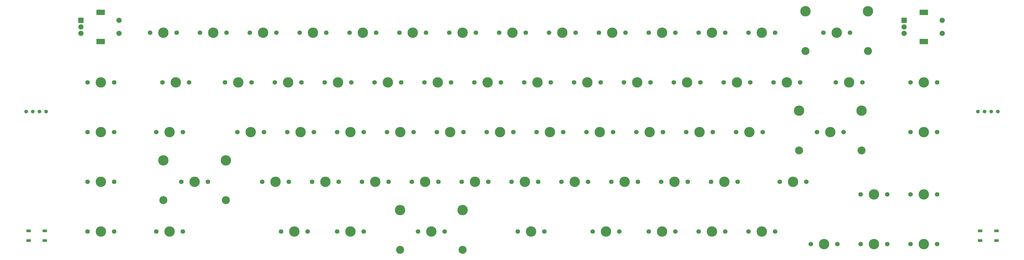
<source format=gbr>
%TF.GenerationSoftware,KiCad,Pcbnew,(5.1.9)-1*%
%TF.CreationDate,2021-03-13T20:19:13-08:00*%
%TF.ProjectId,USKB Final,55534b42-2046-4696-9e61-6c2e6b696361,rev?*%
%TF.SameCoordinates,Original*%
%TF.FileFunction,Soldermask,Top*%
%TF.FilePolarity,Negative*%
%FSLAX46Y46*%
G04 Gerber Fmt 4.6, Leading zero omitted, Abs format (unit mm)*
G04 Created by KiCad (PCBNEW (5.1.9)-1) date 2021-03-13 20:19:13*
%MOMM*%
%LPD*%
G01*
G04 APERTURE LIST*
%ADD10C,3.987800*%
%ADD11C,3.048000*%
%ADD12C,1.750000*%
%ADD13R,1.800000X1.100000*%
%ADD14C,1.397000*%
%ADD15R,2.000000X2.000000*%
%ADD16C,2.000000*%
%ADD17R,3.200000X2.000000*%
G04 APERTURE END LIST*
D10*
%TO.C,K_Space_2*%
X166655750Y-104457500D03*
X190531750Y-104457500D03*
D11*
X166655750Y-119697500D03*
X190531750Y-119697500D03*
D12*
X173513750Y-112712500D03*
X183673750Y-112712500D03*
D10*
X178593750Y-112712500D03*
%TD*%
D12*
%TO.C,K_Space_4*%
X240188750Y-112712500D03*
X250348750Y-112712500D03*
D10*
X245268750Y-112712500D03*
%TD*%
D12*
%TO.C,K_Space_3*%
X211613750Y-112712500D03*
X221773750Y-112712500D03*
D10*
X216693750Y-112712500D03*
%TD*%
D12*
%TO.C,K_Space1*%
X142557500Y-112712500D03*
X152717500Y-112712500D03*
D10*
X147637500Y-112712500D03*
%TD*%
D12*
%TO.C,K_Caps1*%
X73501250Y-74612500D03*
X83661250Y-74612500D03*
D10*
X78581250Y-74612500D03*
%TD*%
D12*
%TO.C,K_Shift2*%
X311626250Y-93662500D03*
X321786250Y-93662500D03*
D10*
X316706250Y-93662500D03*
%TD*%
D13*
%TO.C,L_SW1*%
X30881250Y-116150000D03*
X24681250Y-112450000D03*
X30881250Y-112450000D03*
X24681250Y-116150000D03*
%TD*%
%TO.C,SW1*%
X394418750Y-116150000D03*
X388218750Y-112450000D03*
X394418750Y-112450000D03*
X388218750Y-116150000D03*
%TD*%
D14*
%TO.C,OL1*%
X394970000Y-66675000D03*
X392430000Y-66675000D03*
X389890000Y-66675000D03*
X387350000Y-66675000D03*
%TD*%
%TO.C,L_OL1*%
X31432500Y-66675000D03*
X28892500Y-66675000D03*
X26352500Y-66675000D03*
X23812500Y-66675000D03*
%TD*%
D15*
%TO.C,L_ENC1*%
X44735750Y-31750000D03*
D16*
X44735750Y-34250000D03*
X44735750Y-36750000D03*
D17*
X52235750Y-28650000D03*
X52235750Y-39850000D03*
D16*
X59235750Y-31750000D03*
X59235750Y-36750000D03*
%TD*%
D12*
%TO.C,K_Z1*%
X113982500Y-93662500D03*
X124142500Y-93662500D03*
D10*
X119062500Y-93662500D03*
%TD*%
D12*
%TO.C,K_Y1*%
X194945000Y-55562500D03*
X205105000Y-55562500D03*
D10*
X200025000Y-55562500D03*
%TD*%
D12*
%TO.C,K_X1*%
X133032500Y-93662500D03*
X143192500Y-93662500D03*
D10*
X138112500Y-93662500D03*
%TD*%
D12*
%TO.C,K_Win1*%
X361632500Y-98425000D03*
X371792500Y-98425000D03*
D10*
X366712500Y-98425000D03*
%TD*%
D12*
%TO.C,K_W1*%
X118745000Y-55562500D03*
X128905000Y-55562500D03*
D10*
X123825000Y-55562500D03*
%TD*%
D12*
%TO.C,K_V1*%
X171132500Y-93662500D03*
X181292500Y-93662500D03*
D10*
X176212500Y-93662500D03*
%TD*%
D12*
%TO.C,K_UArrow1*%
X342582500Y-98425000D03*
X352742500Y-98425000D03*
D10*
X347662500Y-98425000D03*
%TD*%
D12*
%TO.C,K_U1*%
X213995000Y-55562500D03*
X224155000Y-55562500D03*
D10*
X219075000Y-55562500D03*
%TD*%
D12*
%TO.C,K_Tab1*%
X75882500Y-55562500D03*
X86042500Y-55562500D03*
D10*
X80962500Y-55562500D03*
%TD*%
D12*
%TO.C,K_T1*%
X175895000Y-55562500D03*
X186055000Y-55562500D03*
D10*
X180975000Y-55562500D03*
%TD*%
D12*
%TO.C,K_Slash1*%
X285432500Y-93662500D03*
X295592500Y-93662500D03*
D10*
X290512500Y-93662500D03*
%TD*%
%TO.C,K_Shift1*%
X76168250Y-85407500D03*
X100044250Y-85407500D03*
D11*
X76168250Y-100647500D03*
X100044250Y-100647500D03*
D12*
X83026250Y-93662500D03*
X93186250Y-93662500D03*
D10*
X88106250Y-93662500D03*
%TD*%
D12*
%TO.C,K_S1*%
X123507500Y-74612500D03*
X133667500Y-74612500D03*
D10*
X128587500Y-74612500D03*
%TD*%
D12*
%TO.C,K_RThan1*%
X266382500Y-93662500D03*
X276542500Y-93662500D03*
D10*
X271462500Y-93662500D03*
%TD*%
D12*
%TO.C,K_RBrace1*%
X309245000Y-55562500D03*
X319405000Y-55562500D03*
D10*
X314325000Y-55562500D03*
%TD*%
D12*
%TO.C,K_RArrow1*%
X361632500Y-117475000D03*
X371792500Y-117475000D03*
D10*
X366712500Y-117475000D03*
%TD*%
D12*
%TO.C,K_R1*%
X156845000Y-55562500D03*
X167005000Y-55562500D03*
D10*
X161925000Y-55562500D03*
%TD*%
D12*
%TO.C,K_Q1*%
X99695000Y-55562500D03*
X109855000Y-55562500D03*
D10*
X104775000Y-55562500D03*
%TD*%
D12*
%TO.C,K_Plus1*%
X299720000Y-36512500D03*
X309880000Y-36512500D03*
D10*
X304800000Y-36512500D03*
%TD*%
D12*
%TO.C,K_P1*%
X271145000Y-55562500D03*
X281305000Y-55562500D03*
D10*
X276225000Y-55562500D03*
%TD*%
D12*
%TO.C,K_O1*%
X252095000Y-55562500D03*
X262255000Y-55562500D03*
D10*
X257175000Y-55562500D03*
%TD*%
D12*
%TO.C,K_Num9*%
X242570000Y-36512500D03*
X252730000Y-36512500D03*
D10*
X247650000Y-36512500D03*
%TD*%
D12*
%TO.C,K_Num8*%
X223520000Y-36512500D03*
X233680000Y-36512500D03*
D10*
X228600000Y-36512500D03*
%TD*%
D12*
%TO.C,K_Num7*%
X204470000Y-36512500D03*
X214630000Y-36512500D03*
D10*
X209550000Y-36512500D03*
%TD*%
D12*
%TO.C,K_Num6*%
X185420000Y-36512500D03*
X195580000Y-36512500D03*
D10*
X190500000Y-36512500D03*
%TD*%
D12*
%TO.C,K_Num5*%
X166370000Y-36512500D03*
X176530000Y-36512500D03*
D10*
X171450000Y-36512500D03*
%TD*%
D12*
%TO.C,K_Num4*%
X147320000Y-36512500D03*
X157480000Y-36512500D03*
D10*
X152400000Y-36512500D03*
%TD*%
D12*
%TO.C,K_Num3*%
X128270000Y-36512500D03*
X138430000Y-36512500D03*
D10*
X133350000Y-36512500D03*
%TD*%
D12*
%TO.C,K_Num2*%
X109220000Y-36512500D03*
X119380000Y-36512500D03*
D10*
X114300000Y-36512500D03*
%TD*%
D12*
%TO.C,K_Num1*%
X90201750Y-36512500D03*
X100361750Y-36512500D03*
D10*
X95281750Y-36512500D03*
%TD*%
D12*
%TO.C,K_Num0*%
X261620000Y-36512500D03*
X271780000Y-36512500D03*
D10*
X266700000Y-36512500D03*
%TD*%
D12*
%TO.C,K_N1*%
X209232500Y-93662500D03*
X219392500Y-93662500D03*
D10*
X214312500Y-93662500D03*
%TD*%
D12*
%TO.C,K_Minus1*%
X280670000Y-36512500D03*
X290830000Y-36512500D03*
D10*
X285750000Y-36512500D03*
%TD*%
D12*
%TO.C,K_M1*%
X228282500Y-93662500D03*
X238442500Y-93662500D03*
D10*
X233362500Y-93662500D03*
%TD*%
D12*
%TO.C,K_LThan1*%
X247332500Y-93662500D03*
X257492500Y-93662500D03*
D10*
X252412500Y-93662500D03*
%TD*%
D12*
%TO.C,K_LBrace1*%
X290195000Y-55562500D03*
X300355000Y-55562500D03*
D10*
X295275000Y-55562500D03*
%TD*%
D12*
%TO.C,K_LArrow1*%
X323532500Y-117475000D03*
X333692500Y-117475000D03*
D10*
X328612500Y-117475000D03*
%TD*%
D12*
%TO.C,K_L1*%
X256857500Y-74612500D03*
X267017500Y-74612500D03*
D10*
X261937500Y-74612500D03*
%TD*%
D12*
%TO.C,K_K1*%
X237807500Y-74612500D03*
X247967500Y-74612500D03*
D10*
X242887500Y-74612500D03*
%TD*%
D12*
%TO.C,K_J1*%
X218757500Y-74612500D03*
X228917500Y-74612500D03*
D10*
X223837500Y-74612500D03*
%TD*%
D12*
%TO.C,K_I1*%
X233045000Y-55562500D03*
X243205000Y-55562500D03*
D10*
X238125000Y-55562500D03*
%TD*%
D12*
%TO.C,K_H1*%
X199707500Y-74612500D03*
X209867500Y-74612500D03*
D10*
X204787500Y-74612500D03*
%TD*%
D12*
%TO.C,K_G1*%
X180657500Y-74612500D03*
X190817500Y-74612500D03*
D10*
X185737500Y-74612500D03*
%TD*%
D12*
%TO.C,K_Fn1*%
X280670000Y-112712500D03*
X290830000Y-112712500D03*
D10*
X285750000Y-112712500D03*
%TD*%
D12*
%TO.C,K_F18*%
X361632500Y-74612500D03*
X371792500Y-74612500D03*
D10*
X366712500Y-74612500D03*
%TD*%
D12*
%TO.C,K_F17*%
X361632500Y-55562500D03*
X371792500Y-55562500D03*
D10*
X366712500Y-55562500D03*
%TD*%
D12*
%TO.C,K_F16*%
X47275750Y-112712500D03*
X57435750Y-112712500D03*
D10*
X52355750Y-112712500D03*
%TD*%
D12*
%TO.C,K_F15*%
X47275750Y-93662500D03*
X57435750Y-93662500D03*
D10*
X52355750Y-93662500D03*
%TD*%
D12*
%TO.C,K_F14*%
X47275750Y-74612500D03*
X57435750Y-74612500D03*
D10*
X52355750Y-74612500D03*
%TD*%
D12*
%TO.C,K_F13*%
X47275750Y-55562500D03*
X57435750Y-55562500D03*
D10*
X52355750Y-55562500D03*
%TD*%
D12*
%TO.C,K_F1*%
X161607500Y-74612500D03*
X171767500Y-74612500D03*
D10*
X166687500Y-74612500D03*
%TD*%
D12*
%TO.C,K_Esc1*%
X71120000Y-36512500D03*
X81280000Y-36512500D03*
D10*
X76200000Y-36512500D03*
%TD*%
%TO.C,K_Enter1*%
X319055750Y-66357500D03*
X342931750Y-66357500D03*
D11*
X319055750Y-81597500D03*
X342931750Y-81597500D03*
D12*
X325913750Y-74612500D03*
X336073750Y-74612500D03*
D10*
X330993750Y-74612500D03*
%TD*%
D12*
%TO.C,K_E1*%
X137795000Y-55562500D03*
X147955000Y-55562500D03*
D10*
X142875000Y-55562500D03*
%TD*%
D12*
%TO.C,K_DArrow1*%
X342582500Y-117475000D03*
X352742500Y-117475000D03*
D10*
X347662500Y-117475000D03*
%TD*%
D12*
%TO.C,K_D1*%
X142557500Y-74612500D03*
X152717500Y-74612500D03*
D10*
X147637500Y-74612500D03*
%TD*%
D12*
%TO.C,K_Ctrl2*%
X299720000Y-112712500D03*
X309880000Y-112712500D03*
D10*
X304800000Y-112712500D03*
%TD*%
D12*
%TO.C,K_Ctrl1*%
X73501250Y-112712500D03*
X83661250Y-112712500D03*
D10*
X78581250Y-112712500D03*
%TD*%
D12*
%TO.C,K_Colon1*%
X275907500Y-74612500D03*
X286067500Y-74612500D03*
D10*
X280987500Y-74612500D03*
%TD*%
D12*
%TO.C,K_C1*%
X152082500Y-93662500D03*
X162242500Y-93662500D03*
D10*
X157162500Y-93662500D03*
%TD*%
D12*
%TO.C,K_BSlash1*%
X333057500Y-55562500D03*
X343217500Y-55562500D03*
D10*
X338137500Y-55562500D03*
%TD*%
%TO.C,K_Backspace1*%
X321437000Y-28257500D03*
X345313000Y-28257500D03*
D11*
X321437000Y-43497500D03*
X345313000Y-43497500D03*
D12*
X328295000Y-36512500D03*
X338455000Y-36512500D03*
D10*
X333375000Y-36512500D03*
%TD*%
D12*
%TO.C,K_B1*%
X190182500Y-93662500D03*
X200342500Y-93662500D03*
D10*
X195262500Y-93662500D03*
%TD*%
D12*
%TO.C,K_Apostrophe1*%
X294957500Y-74612500D03*
X305117500Y-74612500D03*
D10*
X300037500Y-74612500D03*
%TD*%
D12*
%TO.C,K_Alt2*%
X261620000Y-112712500D03*
X271780000Y-112712500D03*
D10*
X266700000Y-112712500D03*
%TD*%
D12*
%TO.C,K_Alt1*%
X121126250Y-112712500D03*
X131286250Y-112712500D03*
D10*
X126206250Y-112712500D03*
%TD*%
D12*
%TO.C,K_A1*%
X104457500Y-74612500D03*
X114617500Y-74612500D03*
D10*
X109537500Y-74612500D03*
%TD*%
D15*
%TO.C,ENC1*%
X359187750Y-31750000D03*
D16*
X359187750Y-34250000D03*
X359187750Y-36750000D03*
D17*
X366687750Y-28650000D03*
X366687750Y-39850000D03*
D16*
X373687750Y-31750000D03*
X373687750Y-36750000D03*
%TD*%
M02*

</source>
